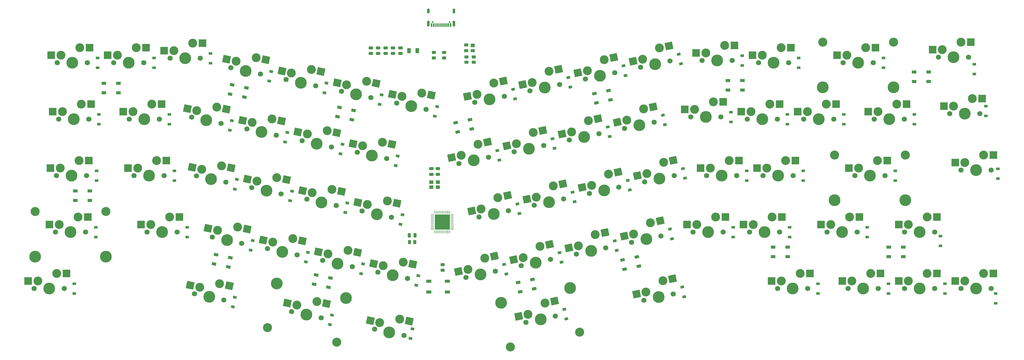
<source format=gbr>
G04 #@! TF.GenerationSoftware,KiCad,Pcbnew,(6.0.1)*
G04 #@! TF.CreationDate,2022-08-01T23:00:38+09:00*
G04 #@! TF.ProjectId,Skeleton68_underglow,536b656c-6574-46f6-9e36-385f756e6465,rev?*
G04 #@! TF.SameCoordinates,Original*
G04 #@! TF.FileFunction,Soldermask,Bot*
G04 #@! TF.FilePolarity,Negative*
%FSLAX46Y46*%
G04 Gerber Fmt 4.6, Leading zero omitted, Abs format (unit mm)*
G04 Created by KiCad (PCBNEW (6.0.1)) date 2022-08-01 23:00:38*
%MOMM*%
%LPD*%
G01*
G04 APERTURE LIST*
G04 Aperture macros list*
%AMRoundRect*
0 Rectangle with rounded corners*
0 $1 Rounding radius*
0 $2 $3 $4 $5 $6 $7 $8 $9 X,Y pos of 4 corners*
0 Add a 4 corners polygon primitive as box body*
4,1,4,$2,$3,$4,$5,$6,$7,$8,$9,$2,$3,0*
0 Add four circle primitives for the rounded corners*
1,1,$1+$1,$2,$3*
1,1,$1+$1,$4,$5*
1,1,$1+$1,$6,$7*
1,1,$1+$1,$8,$9*
0 Add four rect primitives between the rounded corners*
20,1,$1+$1,$2,$3,$4,$5,0*
20,1,$1+$1,$4,$5,$6,$7,0*
20,1,$1+$1,$6,$7,$8,$9,0*
20,1,$1+$1,$8,$9,$2,$3,0*%
%AMRotRect*
0 Rectangle, with rotation*
0 The origin of the aperture is its center*
0 $1 length*
0 $2 width*
0 $3 Rotation angle, in degrees counterclockwise*
0 Add horizontal line*
21,1,$1,$2,0,0,$3*%
G04 Aperture macros list end*
%ADD10C,3.987800*%
%ADD11C,1.750000*%
%ADD12C,3.000000*%
%ADD13RotRect,2.550000X2.500000X192.000000*%
%ADD14RotRect,0.900000X1.200000X102.000000*%
%ADD15R,1.200000X0.900000*%
%ADD16RotRect,2.550000X2.500000X168.000000*%
%ADD17RoundRect,0.062500X-0.475000X-0.062500X0.475000X-0.062500X0.475000X0.062500X-0.475000X0.062500X0*%
%ADD18RoundRect,0.062500X-0.062500X-0.475000X0.062500X-0.475000X0.062500X0.475000X-0.062500X0.475000X0*%
%ADD19R,5.200000X5.200000*%
%ADD20RotRect,0.900000X1.200000X78.000000*%
%ADD21R,2.550000X2.500000*%
%ADD22RoundRect,0.250000X-0.475000X0.250000X-0.475000X-0.250000X0.475000X-0.250000X0.475000X0.250000X0*%
%ADD23RoundRect,0.250000X0.450000X-0.262500X0.450000X0.262500X-0.450000X0.262500X-0.450000X-0.262500X0*%
%ADD24RoundRect,0.250000X-0.450000X0.262500X-0.450000X-0.262500X0.450000X-0.262500X0.450000X0.262500X0*%
%ADD25RotRect,1.500000X1.000000X168.000000*%
%ADD26R,1.400000X1.200000*%
%ADD27C,3.048000*%
%ADD28RoundRect,0.250000X0.375000X0.625000X-0.375000X0.625000X-0.375000X-0.625000X0.375000X-0.625000X0*%
%ADD29R,1.400000X1.000000*%
%ADD30RoundRect,0.250000X0.262500X0.450000X-0.262500X0.450000X-0.262500X-0.450000X0.262500X-0.450000X0*%
%ADD31RotRect,1.500000X1.000000X348.000000*%
%ADD32R,1.800000X1.100000*%
%ADD33RoundRect,0.250000X0.250000X0.475000X-0.250000X0.475000X-0.250000X-0.475000X0.250000X-0.475000X0*%
%ADD34R,1.500000X1.000000*%
%ADD35RotRect,1.500000X1.000000X192.000000*%
%ADD36RotRect,1.500000X1.000000X12.000000*%
%ADD37C,0.600000*%
%ADD38R,0.600000X1.160000*%
%ADD39R,0.300000X1.160000*%
%ADD40O,0.900000X1.700000*%
%ADD41O,0.900000X2.000000*%
%ADD42RoundRect,0.250000X0.475000X-0.250000X0.475000X0.250000X-0.475000X0.250000X-0.475000X-0.250000X0*%
G04 APERTURE END LIST*
D10*
X231621400Y-58175300D03*
D11*
X226652410Y-59231491D03*
X236590390Y-57119109D03*
D12*
X233049704Y-52678214D03*
X227366562Y-56482949D03*
D13*
X224163129Y-57163859D03*
X236279547Y-51991690D03*
D14*
X184377554Y-69904144D03*
X183691446Y-66676256D03*
D15*
X42028000Y-20700000D03*
X42028000Y-17400000D03*
X345080000Y-100270000D03*
X345080000Y-96970000D03*
D11*
X105687110Y-24723409D03*
D12*
X107457453Y-22502962D03*
D10*
X110656100Y-25779600D03*
D12*
X114196786Y-21338706D03*
D11*
X115625090Y-26835791D03*
D16*
X104254020Y-21822051D03*
X117426630Y-22025230D03*
D14*
X203011254Y-65943444D03*
X202325146Y-62715556D03*
X233522854Y-39982344D03*
X232836746Y-36754456D03*
D17*
X155042500Y-75300000D03*
X155042500Y-74800000D03*
X155042500Y-74300000D03*
X155042500Y-73800000D03*
X155042500Y-73300000D03*
X155042500Y-72800000D03*
X155042500Y-72300000D03*
X155042500Y-71800000D03*
X155042500Y-71300000D03*
X155042500Y-70800000D03*
X155042500Y-70300000D03*
D18*
X155880000Y-69462500D03*
X156380000Y-69462500D03*
X156880000Y-69462500D03*
X157380000Y-69462500D03*
X157880000Y-69462500D03*
X158380000Y-69462500D03*
X158880000Y-69462500D03*
X159380000Y-69462500D03*
X159880000Y-69462500D03*
X160380000Y-69462500D03*
X160880000Y-69462500D03*
D17*
X161717500Y-70300000D03*
X161717500Y-70800000D03*
X161717500Y-71300000D03*
X161717500Y-71800000D03*
X161717500Y-72300000D03*
X161717500Y-72800000D03*
X161717500Y-73300000D03*
X161717500Y-73800000D03*
X161717500Y-74300000D03*
X161717500Y-74800000D03*
X161717500Y-75300000D03*
D18*
X160880000Y-76137500D03*
X160380000Y-76137500D03*
X159880000Y-76137500D03*
X159380000Y-76137500D03*
X158880000Y-76137500D03*
X158380000Y-76137500D03*
X157880000Y-76137500D03*
X157380000Y-76137500D03*
X156880000Y-76137500D03*
X156380000Y-76137500D03*
X155880000Y-76137500D03*
D19*
X158380000Y-72800000D03*
D20*
X99993546Y-25200044D03*
X100679654Y-21972156D03*
D11*
X329628500Y-36195000D03*
D12*
X337248500Y-31115000D03*
D10*
X334708500Y-36195000D03*
D12*
X330898500Y-33655000D03*
D11*
X339788500Y-36195000D03*
D21*
X327623500Y-33655000D03*
X340550500Y-31115000D03*
D14*
X201611654Y-27289744D03*
X200925546Y-24061856D03*
D12*
X112813553Y-43116962D03*
D11*
X120981190Y-47449791D03*
D10*
X116012200Y-46393600D03*
D11*
X111043210Y-45337409D03*
D12*
X119552886Y-41952706D03*
D16*
X109610120Y-42436051D03*
X122782730Y-42639230D03*
D12*
X190099062Y-64404349D03*
D10*
X194353900Y-66096700D03*
D11*
X189384910Y-67152891D03*
D12*
X195782204Y-60599614D03*
D11*
X199322890Y-65040509D03*
D13*
X186895629Y-65085259D03*
X199012047Y-59913090D03*
D20*
X137260946Y-33121444D03*
X137947054Y-29893556D03*
D11*
X314388500Y-95250000D03*
D12*
X322008500Y-90170000D03*
D10*
X319468500Y-95250000D03*
D12*
X315658500Y-92710000D03*
D11*
X324548500Y-95250000D03*
D21*
X312383500Y-92710000D03*
X325310500Y-90170000D03*
D15*
X307204000Y-20700000D03*
X307204000Y-17400000D03*
D12*
X333438500Y-12065000D03*
D11*
X325818500Y-17145000D03*
X335978500Y-17145000D03*
D12*
X327088500Y-14605000D03*
D10*
X330898500Y-17145000D03*
D21*
X323813500Y-14605000D03*
X336740500Y-12065000D03*
D22*
X156850000Y-54780000D03*
X156850000Y-56680000D03*
D10*
X211588000Y-23482300D03*
D11*
X206619010Y-24538491D03*
D12*
X207333162Y-21789949D03*
D11*
X216556990Y-22426109D03*
D12*
X213016304Y-17985214D03*
D13*
X204129729Y-22470859D03*
X216246147Y-17298690D03*
D23*
X158460000Y-89032500D03*
X158460000Y-87207500D03*
D12*
X201977062Y-42404049D03*
D11*
X201262910Y-45152591D03*
X211200890Y-43040209D03*
D10*
X206231900Y-44096400D03*
D12*
X207660204Y-38599314D03*
D13*
X198773629Y-43084959D03*
X210890047Y-37912790D03*
D15*
X67936000Y-58800000D03*
X67936000Y-55500000D03*
D12*
X167040962Y-88781149D03*
X172724104Y-84976414D03*
D11*
X176264790Y-89417309D03*
X166326810Y-91529691D03*
D10*
X171295800Y-90473500D03*
D13*
X163837529Y-89462059D03*
X175953947Y-84289890D03*
D11*
X272161000Y-76200000D03*
D12*
X263271000Y-73660000D03*
X269621000Y-71120000D03*
D11*
X262001000Y-76200000D03*
D10*
X267081000Y-76200000D03*
D21*
X259996000Y-73660000D03*
X272923000Y-71120000D03*
D24*
X155500000Y-15587500D03*
X155500000Y-17412500D03*
D20*
X87679846Y-101458844D03*
X88365954Y-98230956D03*
X88345346Y-61675344D03*
X89031454Y-58447456D03*
D12*
X341058500Y-50165000D03*
X334708500Y-52705000D03*
D11*
X343598500Y-55245000D03*
X333438500Y-55245000D03*
D10*
X338518500Y-55245000D03*
D21*
X331433500Y-52705000D03*
X344360500Y-50165000D03*
D11*
X94038910Y-61198609D03*
D12*
X102548586Y-57813906D03*
D11*
X103976890Y-63310991D03*
D12*
X95809253Y-58978162D03*
D10*
X99007900Y-62254800D03*
D16*
X92605820Y-58297251D03*
X105778430Y-58500430D03*
D25*
X120609120Y-91664347D03*
X119943803Y-94794420D03*
X115150880Y-93775653D03*
X115816197Y-90645580D03*
D12*
X88823753Y-18542162D03*
D11*
X87053410Y-20762609D03*
D10*
X92022400Y-21818800D03*
D11*
X96991390Y-22874991D03*
D12*
X95563086Y-17377906D03*
D16*
X85620320Y-17861251D03*
X98792930Y-18064430D03*
D15*
X345870000Y-58150000D03*
X345870000Y-54850000D03*
D14*
X235854254Y-78438044D03*
X235168146Y-75210156D03*
D10*
X227196900Y-78591300D03*
D11*
X222227910Y-79647491D03*
D12*
X222942062Y-76898949D03*
X228625204Y-73094214D03*
D11*
X232165890Y-77535109D03*
D13*
X219738629Y-77579859D03*
X231855047Y-72407690D03*
D14*
X177621754Y-51864544D03*
X176935646Y-48636656D03*
X198586754Y-86359444D03*
X197900646Y-83131556D03*
D10*
X212987700Y-62136000D03*
D11*
X217956690Y-61079809D03*
X208018710Y-63192191D03*
D12*
X208732862Y-60443649D03*
X214416004Y-56638914D03*
D13*
X205529429Y-61124559D03*
X217645847Y-55952390D03*
D15*
X275581000Y-77850000D03*
X275581000Y-74550000D03*
D11*
X271399000Y-38100000D03*
D12*
X262509000Y-35560000D03*
D11*
X261239000Y-38100000D03*
D10*
X266319000Y-38100000D03*
D12*
X268859000Y-33020000D03*
D21*
X259234000Y-35560000D03*
X272161000Y-33020000D03*
D15*
X280153000Y-58800000D03*
X280153000Y-55500000D03*
X327968500Y-96900000D03*
X327968500Y-93600000D03*
D12*
X232784504Y-92659514D03*
D11*
X226387210Y-99212791D03*
D12*
X227101362Y-96464249D03*
D11*
X236325190Y-97100409D03*
D10*
X231356200Y-98156600D03*
D13*
X223897929Y-97145159D03*
X236014347Y-91972990D03*
D12*
X244221000Y-73660000D03*
D10*
X248031000Y-76200000D03*
D11*
X242951000Y-76200000D03*
D12*
X250571000Y-71120000D03*
D11*
X253111000Y-76200000D03*
D21*
X240946000Y-73660000D03*
X253873000Y-71120000D03*
D11*
X203594210Y-83608291D03*
D12*
X204308362Y-80859749D03*
D11*
X213532190Y-81495909D03*
D10*
X208563200Y-82552100D03*
D12*
X209991504Y-77055014D03*
D13*
X201104929Y-81540659D03*
X213221347Y-76368490D03*
D11*
X225252710Y-20577791D03*
D10*
X230221700Y-19521600D03*
D12*
X225966862Y-17829249D03*
X231650004Y-14024514D03*
D11*
X235190690Y-18465409D03*
D13*
X222763429Y-18510159D03*
X234879847Y-13337990D03*
D12*
X185674662Y-84820449D03*
D10*
X189929500Y-86512800D03*
D11*
X194898490Y-85456609D03*
D12*
X191357804Y-81015714D03*
D11*
X184960510Y-87568991D03*
D13*
X182471229Y-85501359D03*
X194587647Y-80329190D03*
D12*
X126538486Y-82388706D03*
D11*
X118028810Y-85773409D03*
X127966790Y-87885791D03*
D12*
X119799153Y-83552962D03*
D10*
X122997800Y-86829600D03*
D16*
X116595720Y-82872051D03*
X129768330Y-83075230D03*
D12*
X82285486Y-34031306D03*
D10*
X78744800Y-38472200D03*
D12*
X75546153Y-35195562D03*
D11*
X83713790Y-39528391D03*
X73775810Y-37416009D03*
D16*
X72342720Y-34514651D03*
X85515330Y-34717830D03*
D20*
X106979146Y-65636044D03*
X107665254Y-62408156D03*
D11*
X62896800Y-38100000D03*
D12*
X54006800Y-35560000D03*
D10*
X57816800Y-38100000D03*
D12*
X60356800Y-33020000D03*
D11*
X52736800Y-38100000D03*
D21*
X50731800Y-35560000D03*
X63658800Y-33020000D03*
D11*
X290449000Y-38100000D03*
D10*
X285369000Y-38100000D03*
D11*
X280289000Y-38100000D03*
D12*
X287909000Y-33020000D03*
X281559000Y-35560000D03*
D21*
X278284000Y-35560000D03*
X291211000Y-33020000D03*
D20*
X155894746Y-37082144D03*
X156580854Y-33854256D03*
D15*
X41435600Y-77850000D03*
X41435600Y-74550000D03*
X80128000Y-19176000D03*
X80128000Y-15876000D03*
D12*
X29432500Y-54610000D03*
D10*
X33242500Y-57150000D03*
D12*
X35782500Y-52070000D03*
D11*
X38322500Y-57150000D03*
X28162500Y-57150000D03*
D21*
X26157500Y-54610000D03*
X39084500Y-52070000D03*
D12*
X170065762Y-29711449D03*
D11*
X179289590Y-30347609D03*
D12*
X175748904Y-25906714D03*
D11*
X169351610Y-32459991D03*
D10*
X174320600Y-31403800D03*
D13*
X166862329Y-30392359D03*
X178978747Y-25220190D03*
D26*
X154700000Y-59350000D03*
X156900000Y-59350000D03*
X156900000Y-61050000D03*
X154700000Y-61050000D03*
D20*
X93701546Y-82289344D03*
X94387654Y-79061456D03*
D12*
X116055886Y-99636206D03*
D10*
X112515200Y-104077100D03*
D11*
X117484190Y-105133291D03*
D10*
X102554385Y-93520442D03*
D27*
X99385811Y-108427411D03*
D12*
X109316553Y-100800462D03*
D27*
X122740063Y-113391511D03*
D11*
X107546210Y-103020909D03*
D10*
X125908637Y-98484541D03*
D16*
X106113120Y-100119551D03*
X119285730Y-100322730D03*
D11*
X293624000Y-19050000D03*
D12*
X294894000Y-16510000D03*
D27*
X286766000Y-12065000D03*
D12*
X301244000Y-13970000D03*
D10*
X298704000Y-19050000D03*
X286766000Y-27305000D03*
D11*
X303784000Y-19050000D03*
D10*
X310642000Y-27305000D03*
D27*
X310642000Y-12065000D03*
D21*
X291619000Y-16510000D03*
X304546000Y-13970000D03*
D11*
X180689190Y-69001309D03*
D12*
X171465362Y-68365149D03*
D11*
X170751210Y-71113691D03*
D10*
X175720200Y-70057500D03*
D12*
X177148504Y-64560414D03*
D13*
X168261929Y-69046059D03*
X180378347Y-63873890D03*
D12*
X151464186Y-29260106D03*
D10*
X147923500Y-33701000D03*
D12*
X144724853Y-30424362D03*
D11*
X152892490Y-34757191D03*
X142954510Y-32644809D03*
D16*
X141521420Y-29743451D03*
X154694030Y-29946630D03*
D28*
X149900000Y-15000000D03*
X147100000Y-15000000D03*
D12*
X192989504Y-100144414D03*
D11*
X186592210Y-106697691D03*
D10*
X191561200Y-105641500D03*
D12*
X187306362Y-103949149D03*
D27*
X181336337Y-114955911D03*
D11*
X196530190Y-104585309D03*
D27*
X204690589Y-109991811D03*
D10*
X178167763Y-100048941D03*
X201522015Y-95084842D03*
D13*
X184102929Y-104630059D03*
X196219347Y-99457890D03*
D26*
X168600000Y-13230000D03*
D29*
X168600000Y-14950000D03*
X166400000Y-14950000D03*
X166400000Y-13050000D03*
D11*
X266573000Y-57150000D03*
D12*
X267843000Y-54610000D03*
D10*
X271653000Y-57150000D03*
D11*
X276733000Y-57150000D03*
D12*
X274193000Y-52070000D03*
D21*
X264568000Y-54610000D03*
X277495000Y-52070000D03*
D25*
X86829120Y-84864347D03*
X86163803Y-87994420D03*
X81370880Y-86975653D03*
X82036197Y-83845580D03*
D30*
X149122500Y-79570000D03*
X147297500Y-79570000D03*
D15*
X274819000Y-39750000D03*
X274819000Y-36450000D03*
D12*
X137267153Y-106741562D03*
D10*
X140465800Y-110018200D03*
D11*
X145434790Y-111074391D03*
X135496810Y-108962009D03*
D12*
X144006486Y-105577306D03*
D16*
X134063720Y-106060651D03*
X147236330Y-106263830D03*
D31*
X123000880Y-37250653D03*
X123666197Y-34120580D03*
X128459120Y-35139347D03*
X127793803Y-38269420D03*
D10*
X168964500Y-52017900D03*
D11*
X163995510Y-53074091D03*
D12*
X164709662Y-50325549D03*
X170392804Y-46520814D03*
D11*
X173933490Y-50961709D03*
D13*
X161506229Y-51006459D03*
X173622647Y-45834290D03*
D22*
X134250000Y-14050000D03*
X134250000Y-15950000D03*
D15*
X337910000Y-22820000D03*
X337910000Y-19520000D03*
D32*
X153860000Y-92770000D03*
X160060000Y-92770000D03*
X153860000Y-96470000D03*
X160060000Y-96470000D03*
D10*
X129289800Y-29740300D03*
D11*
X124320810Y-28684109D03*
D12*
X126091153Y-26463662D03*
D11*
X134258790Y-30796491D03*
D12*
X132830486Y-25299406D03*
D16*
X122887720Y-25782751D03*
X136060330Y-25985930D03*
D33*
X149160000Y-77280000D03*
X147260000Y-77280000D03*
D15*
X326480000Y-80820000D03*
X326480000Y-77520000D03*
D12*
X305223600Y-52070000D03*
D10*
X302683600Y-57150000D03*
D27*
X314621600Y-50165000D03*
D11*
X297603600Y-57150000D03*
X307763600Y-57150000D03*
D10*
X290745600Y-65405000D03*
X314621600Y-65405000D03*
D27*
X290745600Y-50165000D03*
D12*
X298873600Y-54610000D03*
D21*
X295598600Y-54610000D03*
X308525600Y-52070000D03*
D12*
X138186586Y-45913406D03*
D10*
X134645900Y-50354300D03*
D11*
X139614890Y-51410491D03*
D12*
X131447253Y-47077662D03*
D11*
X129676910Y-49298109D03*
D16*
X128243820Y-46396751D03*
X141416430Y-46599930D03*
D20*
X105349746Y-45814144D03*
X106035854Y-42586256D03*
D14*
X196255454Y-47903844D03*
X195569346Y-44675956D03*
D15*
X341790000Y-37010000D03*
X341790000Y-33710000D03*
D11*
X131306310Y-69120109D03*
D10*
X136275300Y-70176300D03*
D11*
X141244290Y-71232491D03*
D12*
X139815986Y-65735406D03*
X133076653Y-66899662D03*
D16*
X129873220Y-66218751D03*
X143045830Y-66421930D03*
D10*
X276606500Y-95250000D03*
D11*
X271526500Y-95250000D03*
D12*
X272796500Y-92710000D03*
D11*
X281686500Y-95250000D03*
D12*
X279146500Y-90170000D03*
D21*
X269521500Y-92710000D03*
X282448500Y-90170000D03*
D12*
X341058500Y-90170000D03*
D11*
X343598500Y-95250000D03*
D12*
X334708500Y-92710000D03*
D11*
X333438500Y-95250000D03*
D10*
X338518500Y-95250000D03*
D21*
X331433500Y-92710000D03*
X344360500Y-90170000D03*
D11*
X288195000Y-76200000D03*
X298355000Y-76200000D03*
D10*
X293275000Y-76200000D03*
D12*
X289465000Y-73660000D03*
X295815000Y-71120000D03*
D21*
X286190000Y-73660000D03*
X299117000Y-71120000D03*
D15*
X311183600Y-58800000D03*
X311183600Y-55500000D03*
D24*
X159000000Y-15587500D03*
X159000000Y-17412500D03*
D12*
X94179853Y-39156262D03*
D11*
X92409510Y-41376709D03*
D12*
X100919186Y-37992006D03*
D11*
X102347490Y-43489091D03*
D10*
X97378500Y-42432900D03*
D16*
X90976420Y-38475351D03*
X104149030Y-38678530D03*
D11*
X39084800Y-38100000D03*
D12*
X30194800Y-35560000D03*
D10*
X34004800Y-38100000D03*
D12*
X36544800Y-33020000D03*
D11*
X28924800Y-38100000D03*
D21*
X26919800Y-35560000D03*
X39846800Y-33020000D03*
D14*
X238879054Y-19368344D03*
X238192946Y-16140456D03*
D12*
X77175553Y-55017462D03*
D11*
X75405210Y-57237909D03*
X85343190Y-59350291D03*
D12*
X83914886Y-53853206D03*
D10*
X80374200Y-58294100D03*
D16*
X73972120Y-54336551D03*
X87144730Y-54539730D03*
D14*
X182977854Y-31250444D03*
X182291746Y-28022556D03*
D15*
X261103000Y-58800000D03*
X261103000Y-55500000D03*
D12*
X226293904Y-34638614D03*
X220610762Y-38443349D03*
D10*
X224865600Y-40135700D03*
D11*
X219896610Y-41191891D03*
X229834590Y-39079509D03*
D13*
X217407329Y-39124259D03*
X229523747Y-33952090D03*
D24*
X169000000Y-17087500D03*
X169000000Y-18912500D03*
D20*
X149602646Y-94171544D03*
X150288754Y-90943656D03*
D11*
X257683000Y-57150000D03*
D10*
X252603000Y-57150000D03*
D12*
X255143000Y-52070000D03*
D11*
X247523000Y-57150000D03*
D12*
X248793000Y-54610000D03*
D21*
X245518000Y-54610000D03*
X258445000Y-52070000D03*
D34*
X254725000Y-28270000D03*
X254725000Y-25070000D03*
X259625000Y-25070000D03*
X259625000Y-28270000D03*
D20*
X118627246Y-29160744D03*
X119313354Y-25932856D03*
D15*
X61078000Y-20700000D03*
X61078000Y-17400000D03*
D34*
X274865000Y-81267500D03*
X274865000Y-84467500D03*
X269965000Y-84467500D03*
X269965000Y-81267500D03*
D12*
X55118000Y-13970000D03*
X48768000Y-16510000D03*
D10*
X52578000Y-19050000D03*
D11*
X47498000Y-19050000D03*
X57658000Y-19050000D03*
D21*
X45493000Y-16510000D03*
X58420000Y-13970000D03*
D15*
X308918500Y-96900000D03*
X308918500Y-93600000D03*
D35*
X188753803Y-92223080D03*
X189419120Y-95353153D03*
X184626197Y-96371920D03*
X183960880Y-93241847D03*
D36*
X210343697Y-32554420D03*
X209678380Y-29424347D03*
X214471303Y-28405580D03*
X215136620Y-31535653D03*
D12*
X249809000Y-32258000D03*
D11*
X252349000Y-37338000D03*
D10*
X247269000Y-37338000D03*
D11*
X242189000Y-37338000D03*
D12*
X243459000Y-34798000D03*
D21*
X240184000Y-34798000D03*
X253111000Y-32258000D03*
D14*
X200218554Y-105488244D03*
X199532446Y-102260356D03*
D37*
X160850000Y-5325000D03*
X155070000Y-5325000D03*
D38*
X154760000Y-6385000D03*
X155560000Y-6385000D03*
D39*
X156710000Y-6385000D03*
X157710000Y-6385000D03*
X158210000Y-6385000D03*
X159210000Y-6385000D03*
D38*
X160360000Y-6385000D03*
X161160000Y-6385000D03*
X161160000Y-6385000D03*
X160360000Y-6385000D03*
D39*
X159710000Y-6385000D03*
X158710000Y-6385000D03*
X157210000Y-6385000D03*
X156210000Y-6385000D03*
D38*
X155560000Y-6385000D03*
X154760000Y-6385000D03*
D40*
X153640000Y-1635000D03*
D41*
X153640000Y-5805000D03*
X162280000Y-5805000D03*
D40*
X162280000Y-1635000D03*
D10*
X33528000Y-19050000D03*
D12*
X29718000Y-16510000D03*
D11*
X38608000Y-19050000D03*
D12*
X36068000Y-13970000D03*
D11*
X28448000Y-19050000D03*
D21*
X26443000Y-16510000D03*
X39370000Y-13970000D03*
D10*
X117620000Y-66200000D03*
D11*
X112651010Y-65143809D03*
X122588990Y-67256191D03*
D12*
X114421353Y-62923362D03*
X121160686Y-61759106D03*
D16*
X111217920Y-62242451D03*
X124390530Y-62445630D03*
D15*
X255769000Y-38988000D03*
X255769000Y-35688000D03*
D12*
X67818000Y-14986000D03*
D11*
X66548000Y-17526000D03*
X76708000Y-17526000D03*
D12*
X74168000Y-12446000D03*
D10*
X71628000Y-17526000D03*
D21*
X64543000Y-14986000D03*
X77470000Y-12446000D03*
D34*
X313917500Y-81267500D03*
X313917500Y-84467500D03*
X309017500Y-84467500D03*
X309017500Y-81267500D03*
D20*
X112335246Y-86250144D03*
X113021354Y-83022256D03*
D15*
X293869000Y-39750000D03*
X293869000Y-36450000D03*
D35*
X223996303Y-84603080D03*
X224661620Y-87733153D03*
X219868697Y-88751920D03*
X219203380Y-85621847D03*
D15*
X42504800Y-39750000D03*
X42504800Y-36450000D03*
D20*
X147656946Y-112113944D03*
X148343054Y-108886056D03*
D15*
X256531000Y-77850000D03*
X256531000Y-74550000D03*
D20*
X86716046Y-41853344D03*
X87402154Y-38625456D03*
D15*
X41742500Y-58800000D03*
X41742500Y-55500000D03*
D12*
X107904686Y-78428006D03*
X101165353Y-79592262D03*
D10*
X104364000Y-82868900D03*
D11*
X99395010Y-81812709D03*
X109332990Y-83925091D03*
D16*
X97961920Y-78911351D03*
X111134530Y-79114530D03*
D11*
X90699290Y-79964391D03*
D12*
X82531653Y-75631562D03*
D11*
X80761310Y-77852009D03*
D12*
X89270986Y-74467306D03*
D10*
X85730300Y-78908200D03*
D16*
X79328220Y-74950651D03*
X92500830Y-75153830D03*
D10*
X59436000Y-57150000D03*
D12*
X55626000Y-54610000D03*
D11*
X54356000Y-57150000D03*
D12*
X61976000Y-52070000D03*
D11*
X64516000Y-57150000D03*
D21*
X52351000Y-54610000D03*
X65278000Y-52070000D03*
D10*
X141631500Y-90790300D03*
D12*
X138432853Y-87513662D03*
D11*
X136662510Y-89734109D03*
X146600490Y-91846491D03*
D12*
X145172186Y-86349406D03*
D16*
X135229420Y-86832751D03*
X148402030Y-87035930D03*
D14*
X240278654Y-58022044D03*
X239592546Y-54794156D03*
D42*
X154670000Y-56680000D03*
X154670000Y-54780000D03*
D15*
X301775000Y-77850000D03*
X301775000Y-74550000D03*
D34*
X317590000Y-25412500D03*
X317590000Y-22212500D03*
X322490000Y-22212500D03*
X322490000Y-25412500D03*
D14*
X220245354Y-23329044D03*
X219559246Y-20101156D03*
X240013454Y-98003344D03*
X239327346Y-94775456D03*
D22*
X144250000Y-14050000D03*
X144250000Y-15950000D03*
D20*
X130968946Y-90210844D03*
X131655054Y-86982956D03*
D15*
X34218000Y-96900000D03*
X34218000Y-93600000D03*
D10*
X300418500Y-95250000D03*
D11*
X295338500Y-95250000D03*
D12*
X296608500Y-92710000D03*
X302958500Y-90170000D03*
D11*
X305498500Y-95250000D03*
D21*
X293333500Y-92710000D03*
X306260500Y-90170000D03*
D11*
X265049000Y-19050000D03*
D12*
X272669000Y-13970000D03*
D10*
X270129000Y-19050000D03*
D12*
X266319000Y-16510000D03*
D11*
X275209000Y-19050000D03*
D21*
X263044000Y-16510000D03*
X275971000Y-13970000D03*
D34*
X39420000Y-62340000D03*
X39420000Y-65540000D03*
X34520000Y-65540000D03*
X34520000Y-62340000D03*
D15*
X285106500Y-96900000D03*
X285106500Y-93600000D03*
X317682000Y-39750000D03*
X317682000Y-36450000D03*
X278629000Y-20700000D03*
X278629000Y-17400000D03*
D22*
X141750000Y-14050000D03*
X141750000Y-15950000D03*
D15*
X259579000Y-19938000D03*
X259579000Y-16638000D03*
D24*
X166500000Y-17087500D03*
X166500000Y-18912500D03*
D20*
X142617146Y-53735544D03*
X143303254Y-50507656D03*
D14*
X217220554Y-82398744D03*
X216534446Y-79170856D03*
D20*
X123983446Y-49774844D03*
X124669554Y-46546956D03*
D36*
X163546197Y-42434420D03*
X162880880Y-39304347D03*
X167673803Y-38285580D03*
X168339120Y-41415653D03*
D12*
X28258000Y-90170000D03*
D10*
X25718000Y-95250000D03*
D11*
X30798000Y-95250000D03*
X20638000Y-95250000D03*
D12*
X21908000Y-92710000D03*
D21*
X18633000Y-92710000D03*
X31560000Y-90170000D03*
D12*
X188699462Y-25750749D03*
X194382604Y-21946014D03*
D11*
X187985310Y-28499291D03*
D10*
X192954300Y-27443100D03*
D11*
X197923290Y-26386909D03*
D13*
X185496029Y-26431659D03*
X197612447Y-21259490D03*
D20*
X125612846Y-69596744D03*
X126298954Y-66368856D03*
D22*
X136750000Y-14050000D03*
X136750000Y-15950000D03*
D11*
X68897500Y-76200000D03*
D12*
X60007500Y-73660000D03*
D10*
X63817500Y-76200000D03*
D12*
X66357500Y-71120000D03*
D11*
X58737500Y-76200000D03*
D21*
X56732500Y-73660000D03*
X69659500Y-71120000D03*
D34*
X44222500Y-29222500D03*
X44222500Y-26022500D03*
X49122500Y-26022500D03*
X49122500Y-29222500D03*
D15*
X72317500Y-77850000D03*
X72317500Y-74550000D03*
D11*
X304102000Y-38100000D03*
D12*
X305372000Y-35560000D03*
X311722000Y-33020000D03*
D11*
X314262000Y-38100000D03*
D10*
X309182000Y-38100000D03*
D21*
X302097000Y-35560000D03*
X315024000Y-33020000D03*
D12*
X76510053Y-94800962D03*
X83249386Y-93636706D03*
D11*
X74739710Y-97021409D03*
D10*
X79708700Y-98077600D03*
D11*
X84677690Y-99133791D03*
D16*
X73306620Y-94120051D03*
X86479230Y-94323230D03*
D15*
X66316800Y-39750000D03*
X66316800Y-36450000D03*
D22*
X139250000Y-14050000D03*
X139250000Y-15950000D03*
D20*
X120486446Y-107458244D03*
X121172554Y-104230356D03*
D14*
X221644954Y-61982744D03*
X220958846Y-58754856D03*
D11*
X27855600Y-76200000D03*
D12*
X35475600Y-71120000D03*
D27*
X20997600Y-69215000D03*
D11*
X38015600Y-76200000D03*
D10*
X44873600Y-84455000D03*
X32935600Y-76200000D03*
D12*
X29125600Y-73660000D03*
D10*
X20997600Y-84455000D03*
D27*
X44873600Y-69215000D03*
D21*
X25850600Y-73660000D03*
X38777600Y-71120000D03*
D31*
X86805880Y-29630653D03*
X87471197Y-26500580D03*
X92264120Y-27519347D03*
X91598803Y-30649420D03*
D14*
X179953054Y-90320144D03*
X179266946Y-87092256D03*
D20*
X144246546Y-73557444D03*
X144932654Y-70329556D03*
D12*
X247269000Y-15748000D03*
D11*
X256159000Y-18288000D03*
D12*
X253619000Y-13208000D03*
D10*
X251079000Y-18288000D03*
D11*
X245999000Y-18288000D03*
D21*
X243994000Y-15748000D03*
X256921000Y-13208000D03*
D12*
X315658500Y-73660000D03*
X322008500Y-71120000D03*
D10*
X319468500Y-76200000D03*
D11*
X324548500Y-76200000D03*
X314388500Y-76200000D03*
D21*
X312383500Y-73660000D03*
X325310500Y-71120000D03*
D14*
X214889154Y-43943144D03*
X214203046Y-40715256D03*
D11*
X192567190Y-47000909D03*
D10*
X187598200Y-48057100D03*
D12*
X183343362Y-46364749D03*
D11*
X182629210Y-49113291D03*
D12*
X189026504Y-42560014D03*
D13*
X180139929Y-47045659D03*
X192256347Y-41873490D03*
M02*

</source>
